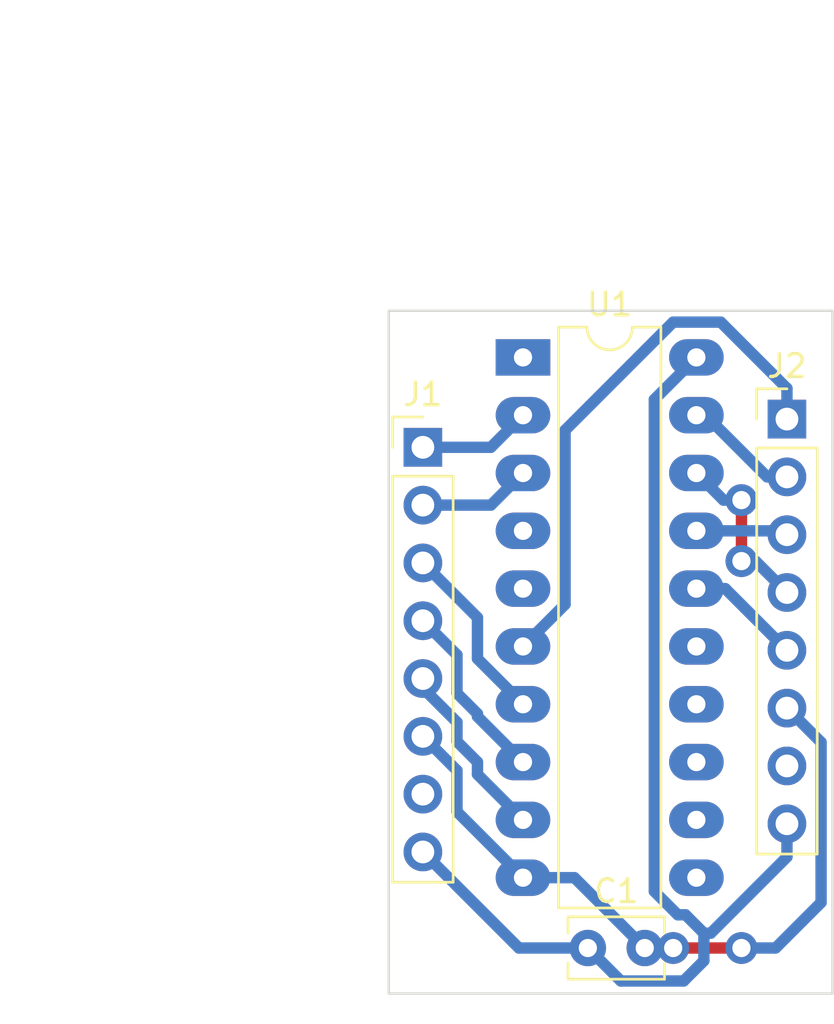
<source format=kicad_pcb>
(kicad_pcb (version 20211014) (generator pcbnew)
  (layers (0 "F.Cu" signal) (31 "B.Cu" signal) (34 "B.Paste" user) (35 "F.Paste" user) (36 "B.SilkS" user "B.Silkscreen") (37 "F.SilkS" user "F.Silkscreen") (38 "B.Mask" user) (39 "F.Mask" user) (44 "Edge.Cuts" user))
  (net 0 "")
  (net 1 "+3V3")
  (net 2 "GND")
  (net 4 "CS")
  (net 5 "SCK")
  (net 6 "MOSI")
  (net 7 "MISO")
  (net 8 "IRQ")
  (net 17 "RC_CS")
  (net 18 "RC_SCK")
  (net 19 "RC_MOSI")
  (net 20 "RC_MISO")
  (net 21 "RC_IRQ")
  (footprint "Connector_PinHeader_2.54mm:PinHeader_1x08_P2.54mm_Vertical" (layer "F.Cu") (at 153.5 75)
    (fp_text reference "J1" (at 0 -2.33) (layer "F.SilkS"))
    (fp_text value "MFRC")
    (fp_line (start -1.33 1.27) (end -1.33 19.11) (layer "F.SilkS") (width 0.12))
    (fp_line (start -1.33 -1.33) (end 0 -1.33) (layer "F.SilkS") (width 0.12))
    (fp_line (start -1.33 1.27) (end 1.33 1.27) (layer "F.SilkS") (width 0.12))
    (fp_line (start -1.33 19.11) (end 1.33 19.11) (layer "F.SilkS") (width 0.12))
    (fp_line (start -1.33 0) (end -1.33 -1.33) (layer "F.SilkS") (width 0.12))
    (fp_line (start 1.33 1.27) (end 1.33 19.11) (layer "F.SilkS") (width 0.12))
    (pad "1" thru_hole rect (at 0 0) (size 1.7 1.7) (drill 1) (layers *.Cu *.Mask) (net 17 "RC_CS"))
    (pad "2" thru_hole oval (at 0 2.54) (size 1.7 1.7) (drill 1) (layers *.Cu *.Mask) (net 18 "RC_SCK"))
    (pad "3" thru_hole oval (at 0 5.08) (size 1.7 1.7) (drill 1) (layers *.Cu *.Mask) (net 19 "RC_MOSI"))
    (pad "4" thru_hole oval (at 0 7.62) (size 1.7 1.7) (drill 1) (layers *.Cu *.Mask) (net 20 "RC_MISO"))
    (pad "5" thru_hole oval (at 0 10.16) (size 1.7 1.7) (drill 1) (layers *.Cu *.Mask) (net 21 "RC_IRQ"))
    (pad "6" thru_hole oval (at 0 12.7) (size 1.7 1.7) (drill 1) (layers *.Cu *.Mask) (net 2 "GND"))
    (pad "7" thru_hole oval (at 0 15.24) (size 1.7 1.7) (drill 1) (layers *.Cu *.Mask))
    (pad "8" thru_hole oval (at 0 17.78) (size 1.7 1.7) (drill 1) (layers *.Cu *.Mask) (net 1 "+3V3"))
  )
  (footprint "Capacitor_THT:C_Rect_L4.0mm_W2.5mm_P2.50mm" (layer "F.Cu") (at 160.75 97)
    (fp_text reference "C1" (at 1.25 -2.5) (layer "F.SilkS"))
    (fp_text value "C")
    (fp_line (start -0.87 -1.37) (end 3.37 -1.37) (layer "F.SilkS") (width 0.12))
    (fp_line (start -0.87 0.665) (end -0.87 1.37) (layer "F.SilkS") (width 0.12))
    (fp_line (start 3.37 -1.37) (end 3.37 -0.665) (layer "F.SilkS") (width 0.12))
    (fp_line (start 3.37 0.665) (end 3.37 1.37) (layer "F.SilkS") (width 0.12))
    (fp_line (start -0.87 -1.37) (end -0.87 -0.665) (layer "F.SilkS") (width 0.12))
    (fp_line (start -0.87 1.37) (end 3.37 1.37) (layer "F.SilkS") (width 0.12))
    (pad "1" thru_hole circle (at 0 0) (size 1.6 1.6) (drill 0.8) (layers *.Cu *.Mask) (net 1 "+3V3"))
    (pad "2" thru_hole circle (at 2.5 0) (size 1.6 1.6) (drill 0.8) (layers *.Cu *.Mask) (net 2 "GND"))
  )
  (footprint "Connector_PinHeader_2.54mm:PinHeader_1x08_P2.54mm_Vertical" (layer "F.Cu") (at 169.5 73.76)
    (fp_text reference "J2" (at 0 -2.33) (layer "F.SilkS"))
    (fp_text value "UC")
    (fp_line (start -1.33 0) (end -1.33 -1.33) (layer "F.SilkS") (width 0.12))
    (fp_line (start 1.33 1.27) (end 1.33 19.11) (layer "F.SilkS") (width 0.12))
    (fp_line (start -1.33 19.11) (end 1.33 19.11) (layer "F.SilkS") (width 0.12))
    (fp_line (start -1.33 1.27) (end 1.33 1.27) (layer "F.SilkS") (width 0.12))
    (fp_line (start -1.33 -1.33) (end 0 -1.33) (layer "F.SilkS") (width 0.12))
    (fp_line (start -1.33 1.27) (end -1.33 19.11) (layer "F.SilkS") (width 0.12))
    (pad "1" thru_hole rect (at 0 0) (size 1.7 1.7) (drill 1) (layers *.Cu *.Mask) (net 4 "CS"))
    (pad "2" thru_hole oval (at 0 2.54) (size 1.7 1.7) (drill 1) (layers *.Cu *.Mask) (net 5 "SCK"))
    (pad "3" thru_hole oval (at 0 5.08) (size 1.7 1.7) (drill 1) (layers *.Cu *.Mask) (net 6 "MOSI"))
    (pad "4" thru_hole oval (at 0 7.62) (size 1.7 1.7) (drill 1) (layers *.Cu *.Mask) (net 7 "MISO"))
    (pad "5" thru_hole oval (at 0 10.16) (size 1.7 1.7) (drill 1) (layers *.Cu *.Mask) (net 8 "IRQ"))
    (pad "6" thru_hole oval (at 0 12.7) (size 1.7 1.7) (drill 1) (layers *.Cu *.Mask) (net 2 "GND"))
    (pad "7" thru_hole oval (at 0 15.24) (size 1.7 1.7) (drill 1) (layers *.Cu *.Mask))
    (pad "8" thru_hole oval (at 0 17.78) (size 1.7 1.7) (drill 1) (layers *.Cu *.Mask) (net 1 "+3V3"))
  )
  (footprint "Package_DIP:DIP-20_W7.62mm_LongPads" (layer "F.Cu") (at 157.9 71.05)
    (fp_text reference "U1" (at 3.81 -2.33) (layer "F.SilkS"))
    (fp_text value "ATtiny2313A-P")
    (fp_line (start 2.81 -1.33) (end 1.56 -1.33) (layer "F.SilkS") (width 0.12))
    (fp_line (start 6.06 24.19) (end 6.06 -1.33) (layer "F.SilkS") (width 0.12))
    (fp_line (start 6.06 -1.33) (end 4.81 -1.33) (layer "F.SilkS") (width 0.12))
    (fp_line (start 1.56 -1.33) (end 1.56 24.19) (layer "F.SilkS") (width 0.12))
    (fp_line (start 1.56 24.19) (end 6.06 24.19) (layer "F.SilkS") (width 0.12))
    (fp_arc (start 4.81 -1.33) (mid 3.81 -0.33) (end 2.81 -1.33) (layer "F.SilkS") (width 0.12))
    (pad "1" thru_hole rect (at 0 0) (size 2.4 1.6) (drill 0.8) (layers *.Cu *.Mask))
    (pad "2" thru_hole oval (at 0 2.54) (size 2.4 1.6) (drill 0.8) (layers *.Cu *.Mask) (net 17 "RC_CS"))
    (pad "3" thru_hole oval (at 0 5.08) (size 2.4 1.6) (drill 0.8) (layers *.Cu *.Mask) (net 18 "RC_SCK"))
    (pad "4" thru_hole oval (at 0 7.62) (size 2.4 1.6) (drill 0.8) (layers *.Cu *.Mask))
    (pad "5" thru_hole oval (at 0 10.16) (size 2.4 1.6) (drill 0.8) (layers *.Cu *.Mask))
    (pad "6" thru_hole oval (at 0 12.7) (size 2.4 1.6) (drill 0.8) (layers *.Cu *.Mask) (net 4 "CS"))
    (pad "7" thru_hole oval (at 0 15.24) (size 2.4 1.6) (drill 0.8) (layers *.Cu *.Mask) (net 19 "RC_MOSI"))
    (pad "8" thru_hole oval (at 0 17.78) (size 2.4 1.6) (drill 0.8) (layers *.Cu *.Mask) (net 20 "RC_MISO"))
    (pad "9" thru_hole oval (at 0 20.32) (size 2.4 1.6) (drill 0.8) (layers *.Cu *.Mask) (net 21 "RC_IRQ"))
    (pad "10" thru_hole oval (at 0 22.86) (size 2.4 1.6) (drill 0.8) (layers *.Cu *.Mask) (net 2 "GND"))
    (pad "11" thru_hole oval (at 7.62 22.86) (size 2.4 1.6) (drill 0.8) (layers *.Cu *.Mask))
    (pad "12" thru_hole oval (at 7.62 20.32) (size 2.4 1.6) (drill 0.8) (layers *.Cu *.Mask))
    (pad "13" thru_hole oval (at 7.62 17.78) (size 2.4 1.6) (drill 0.8) (layers *.Cu *.Mask))
    (pad "14" thru_hole oval (at 7.62 15.24) (size 2.4 1.6) (drill 0.8) (layers *.Cu *.Mask))
    (pad "15" thru_hole oval (at 7.62 12.7) (size 2.4 1.6) (drill 0.8) (layers *.Cu *.Mask))
    (pad "16" thru_hole oval (at 7.62 10.16) (size 2.4 1.6) (drill 0.8) (layers *.Cu *.Mask) (net 8 "IRQ"))
    (pad "17" thru_hole oval (at 7.62 7.62) (size 2.4 1.6) (drill 0.8) (layers *.Cu *.Mask) (net 6 "MOSI"))
    (pad "18" thru_hole oval (at 7.62 5.08) (size 2.4 1.6) (drill 0.8) (layers *.Cu *.Mask) (net 7 "MISO"))
    (pad "19" thru_hole oval (at 7.62 2.54) (size 2.4 1.6) (drill 0.8) (layers *.Cu *.Mask) (net 5 "SCK"))
    (pad "20" thru_hole oval (at 7.62 0) (size 2.4 1.6) (drill 0.8) (layers *.Cu *.Mask) (net 1 "+3V3"))
  )
  (gr_line (start 171.5 99) (end 171.5 69) (layer "Edge.Cuts") (width 0.1))
  (gr_line (start 152 99) (end 171.5 99) (layer "Edge.Cuts") (width 0.1))
  (gr_line (start 152 69) (end 152 99) (layer "Edge.Cuts") (width 0.1))
  (gr_line (start 171.5 69) (end 152 69) (layer "Edge.Cuts") (width 0.1))
  (segment (start 165.849511 96.349511) (end 165.039441 95.539441) (width 0.5) (layer "B.Cu") (net 1))
  (segment (start 169.5 91.54) (end 169.5 93) (width 0.5) (layer "B.Cu") (net 1))
  (segment (start 160.75 97) (end 162.199511 98.449511) (width 0.5) (layer "B.Cu") (net 1))
  (segment (start 165.039441 95.539441) (end 164.699511 95.539441) (width 0.5) (layer "B.Cu") (net 1))
  (segment (start 153.5 92.78) (end 157.72 97) (width 0.5) (layer "B.Cu") (net 1))
  (segment (start 163.67048 94.51041) (end 163.67048 72.89952) (width 0.5) (layer "B.Cu") (net 1))
  (segment (start 157.72 97) (end 160.75 97) (width 0.5) (layer "B.Cu") (net 1))
  (segment (start 165.849511 97.558987) (end 165.849511 96.349511) (width 0.5) (layer "B.Cu") (net 1))
  (segment (start 164.958987 98.449511) (end 165.849511 97.558987) (width 0.5) (layer "B.Cu") (net 1))
  (segment (start 166.150489 96.349511) (end 165.849511 96.349511) (width 0.5) (layer "B.Cu") (net 1))
  (segment (start 162.199511 98.449511) (end 164.958987 98.449511) (width 0.5) (layer "B.Cu") (net 1))
  (segment (start 163.67048 72.89952) (end 165.52 71.05) (width 0.5) (layer "B.Cu") (net 1))
  (segment (start 164.699511 95.539441) (end 163.67048 94.51041) (width 0.5) (layer "B.Cu") (net 1))
  (segment (start 169.5 93) (end 166.150489 96.349511) (width 0.5) (layer "B.Cu") (net 1))
  (segment (start 164.5 97) (end 167.5 97) (width 0.5) (layer "F.Cu") (net 2))
  (via locked (at 167.5 97) (size 1.4) (drill 0.8) (layers "F.Cu" "B.Cu") (net 2))
  (via locked (at 164.5 97) (size 1.4) (drill 0.8) (layers "F.Cu" "B.Cu") (net 2))
  (segment (start 171 87.96) (end 169.5 86.46) (width 0.5) (layer "B.Cu") (net 2))
  (segment (start 167.5 97) (end 169 97) (width 0.5) (layer "B.Cu") (net 2))
  (segment (start 163.25 97) (end 164.5 97) (width 0.5) (layer "B.Cu") (net 2))
  (segment (start 154.999511 89.199511) (end 154.999511 91.009511) (width 0.5) (layer "B.Cu") (net 2))
  (segment (start 160.16 93.91) (end 157.9 93.91) (width 0.5) (layer "B.Cu") (net 2))
  (segment (start 163.25 97) (end 160.16 93.91) (width 0.5) (layer "B.Cu") (net 2))
  (segment (start 171 95) (end 171 87.96) (width 0.5) (layer "B.Cu") (net 2))
  (segment (start 169 97) (end 171 95) (width 0.5) (layer "B.Cu") (net 2))
  (segment (start 153.5 87.7) (end 154.999511 89.199511) (width 0.5) (layer "B.Cu") (net 2))
  (segment (start 154.999511 91.009511) (end 157.9 93.91) (width 0.5) (layer "B.Cu") (net 2))
  (segment (start 169.5 73.76) (end 169.5 72.41) (width 0.5) (layer "B.Cu") (net 4))
  (segment (start 164.5 69.5) (end 159.74952 74.25048) (width 0.5) (layer "B.Cu") (net 4))
  (segment (start 169.5 72.41) (end 166.59 69.5) (width 0.5) (layer "B.Cu") (net 4))
  (segment (start 159.74952 81.90048) (end 157.9 83.75) (width 0.5) (layer "B.Cu") (net 4))
  (segment (start 166.59 69.5) (end 164.5 69.5) (width 0.5) (layer "B.Cu") (net 4))
  (segment (start 159.74952 74.25048) (end 159.74952 81.90048) (width 0.5) (layer "B.Cu") (net 4))
  (segment (start 165.52 73.59) (end 165.92 73.59) (width 0.5) (layer "B.Cu") (net 5))
  (segment (start 168.63 76.3) (end 169.5 76.3) (width 0.5) (layer "B.Cu") (net 5))
  (segment (start 165.92 73.59) (end 168.63 76.3) (width 0.5) (layer "B.Cu") (net 5))
  (segment (start 169.33 78.67) (end 169.5 78.84) (width 0.5) (layer "B.Cu") (net 6))
  (segment (start 165.52 78.67) (end 169.33 78.67) (width 0.5) (layer "B.Cu") (net 6))
  (segment (start 167.5 77.3205) (end 167.5 80) (width 0.5) (layer "F.Cu") (net 7))
  (via (at 167.5 80) (size 1.4) (drill 0.8) (layers "F.Cu" "B.Cu") (net 7))
  (via (at 167.5 77.3205) (size 1.4) (drill 0.8) (layers "F.Cu" "B.Cu") (net 7))
  (segment (start 166.7105 77.3205) (end 165.52 76.13) (width 0.5) (layer "B.Cu") (net 7))
  (segment (start 167.5 77.3205) (end 166.7105 77.3205) (width 0.5) (layer "B.Cu") (net 7))
  (segment (start 168.12 80) (end 169.5 81.38) (width 0.5) (layer "B.Cu") (net 7))
  (segment (start 167.5 80) (end 168.12 80) (width 0.5) (layer "B.Cu") (net 7))
  (segment (start 165.52 81.21) (end 166.79 81.21) (width 0.5) (layer "B.Cu") (net 8))
  (segment (start 166.79 81.21) (end 169.5 83.92) (width 0.5) (layer "B.Cu") (net 8))
  (segment (start 156.49 75) (end 157.9 73.59) (width 0.5) (layer "B.Cu") (net 17))
  (segment (start 153.5 75) (end 156.49 75) (width 0.5) (layer "B.Cu") (net 17))
  (segment (start 153.5 77.54) (end 156.49 77.54) (width 0.5) (layer "B.Cu") (net 18))
  (segment (start 156.49 77.54) (end 157.9 76.13) (width 0.5) (layer "B.Cu") (net 18))
  (segment (start 153.5 80.08) (end 155.899021 82.479021) (width 0.5) (layer "B.Cu") (net 19))
  (segment (start 155.899021 84.289021) (end 157.9 86.29) (width 0.5) (layer "B.Cu") (net 19))
  (segment (start 155.899021 82.479021) (end 155.899021 84.289021) (width 0.5) (layer "B.Cu") (net 19))
  (segment (start 154.999511 84.119511) (end 154.999511 85.806781) (width 0.5) (layer "B.Cu") (net 20))
  (segment (start 154.999511 85.806781) (end 155.899022 86.706292) (width 0.5) (layer "B.Cu") (net 20))
  (segment (start 155.899021 86.829021) (end 157.9 88.83) (width 0.5) (layer "B.Cu") (net 20))
  (segment (start 155.899022 86.706292) (end 155.899021 86.829021) (width 0.5) (layer "B.Cu") (net 20))
  (segment (start 153.5 82.62) (end 154.999511 84.119511) (width 0.5) (layer "B.Cu") (net 20))
  (segment (start 154.999511 87.078881) (end 154.999511 87.927411) (width 0.5) (layer "B.Cu") (net 21))
  (segment (start 155.899021 89.369021) (end 157.9 91.37) (width 0.5) (layer "B.Cu") (net 21))
  (segment (start 153.5 85.57937) (end 154.999511 87.078881) (width 0.5) (layer "B.Cu") (net 21))
  (segment (start 154.999511 87.927411) (end 155.899022 88.826922) (width 0.5) (layer "B.Cu") (net 21))
  (segment (start 153.5 85.16) (end 153.5 85.57937) (width 0.5) (layer "B.Cu") (net 21))
  (segment (start 155.899022 88.826922) (end 155.899021 89.369021) (width 0.5) (layer "B.Cu") (net 21))
)
</source>
